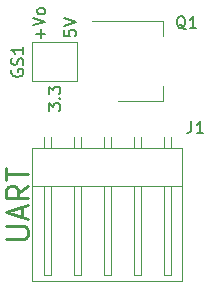
<source format=gbr>
G04 #@! TF.GenerationSoftware,KiCad,Pcbnew,(5.1.5)-3*
G04 #@! TF.CreationDate,2020-12-08T16:15:33+01:00*
G04 #@! TF.ProjectId,Microduino_UART,4d696372-6f64-4756-996e-6f5f55415254,0.0*
G04 #@! TF.SameCoordinates,Original*
G04 #@! TF.FileFunction,Legend,Top*
G04 #@! TF.FilePolarity,Positive*
%FSLAX46Y46*%
G04 Gerber Fmt 4.6, Leading zero omitted, Abs format (unit mm)*
G04 Created by KiCad (PCBNEW (5.1.5)-3) date 2020-12-08 16:15:33*
%MOMM*%
%LPD*%
G04 APERTURE LIST*
%ADD10C,0.150000*%
%ADD11C,0.250000*%
%ADD12C,0.120000*%
G04 APERTURE END LIST*
D10*
X145727728Y-69511704D02*
X145727728Y-68749800D01*
X146108680Y-69130752D02*
X145346776Y-69130752D01*
X145108680Y-68416466D02*
X146108680Y-68083133D01*
X145108680Y-67749800D01*
X146108680Y-67273609D02*
X146061061Y-67368847D01*
X146013442Y-67416466D01*
X145918204Y-67464085D01*
X145632490Y-67464085D01*
X145537252Y-67416466D01*
X145489633Y-67368847D01*
X145442014Y-67273609D01*
X145442014Y-67130752D01*
X145489633Y-67035514D01*
X145537252Y-66987895D01*
X145632490Y-66940276D01*
X145918204Y-66940276D01*
X146013442Y-66987895D01*
X146061061Y-67035514D01*
X146108680Y-67130752D01*
X146108680Y-67273609D01*
X147712180Y-68808576D02*
X147712180Y-69284766D01*
X148188371Y-69332385D01*
X148140752Y-69284766D01*
X148093133Y-69189528D01*
X148093133Y-68951433D01*
X148140752Y-68856195D01*
X148188371Y-68808576D01*
X148283609Y-68760957D01*
X148521704Y-68760957D01*
X148616942Y-68808576D01*
X148664561Y-68856195D01*
X148712180Y-68951433D01*
X148712180Y-69189528D01*
X148664561Y-69284766D01*
X148616942Y-69332385D01*
X147712180Y-68475242D02*
X148712180Y-68141909D01*
X147712180Y-67808576D01*
X146391380Y-75634719D02*
X146391380Y-75015671D01*
X146772333Y-75349004D01*
X146772333Y-75206147D01*
X146819952Y-75110909D01*
X146867571Y-75063290D01*
X146962809Y-75015671D01*
X147200904Y-75015671D01*
X147296142Y-75063290D01*
X147343761Y-75110909D01*
X147391380Y-75206147D01*
X147391380Y-75491861D01*
X147343761Y-75587100D01*
X147296142Y-75634719D01*
X147296142Y-74587100D02*
X147343761Y-74539480D01*
X147391380Y-74587100D01*
X147343761Y-74634719D01*
X147296142Y-74587100D01*
X147391380Y-74587100D01*
X146391380Y-74206147D02*
X146391380Y-73587100D01*
X146772333Y-73920433D01*
X146772333Y-73777576D01*
X146819952Y-73682338D01*
X146867571Y-73634719D01*
X146962809Y-73587100D01*
X147200904Y-73587100D01*
X147296142Y-73634719D01*
X147343761Y-73682338D01*
X147391380Y-73777576D01*
X147391380Y-74063290D01*
X147343761Y-74158528D01*
X147296142Y-74206147D01*
D11*
X142829085Y-86462828D02*
X144286228Y-86462828D01*
X144457657Y-86377114D01*
X144543371Y-86291400D01*
X144629085Y-86119971D01*
X144629085Y-85777114D01*
X144543371Y-85605685D01*
X144457657Y-85519971D01*
X144286228Y-85434257D01*
X142829085Y-85434257D01*
X144114800Y-84662828D02*
X144114800Y-83805685D01*
X144629085Y-84834257D02*
X142829085Y-84234257D01*
X144629085Y-83634257D01*
X144629085Y-82005685D02*
X143771942Y-82605685D01*
X144629085Y-83034257D02*
X142829085Y-83034257D01*
X142829085Y-82348542D01*
X142914800Y-82177114D01*
X143000514Y-82091400D01*
X143171942Y-82005685D01*
X143429085Y-82005685D01*
X143600514Y-82091400D01*
X143686228Y-82177114D01*
X143771942Y-82348542D01*
X143771942Y-83034257D01*
X142829085Y-81491400D02*
X142829085Y-80462828D01*
X144629085Y-80977114D02*
X142829085Y-80977114D01*
D12*
X145016300Y-71603600D02*
X145016300Y-73133600D01*
X148836300Y-71603600D02*
X148836300Y-73133600D01*
X145016300Y-73133600D02*
X148836300Y-73133600D01*
X148836300Y-71603600D02*
X148836300Y-69823600D01*
X148836300Y-69823600D02*
X145016300Y-69823600D01*
X145016300Y-71603600D02*
X145016300Y-69823600D01*
X151704000Y-89576300D02*
X151704000Y-81976300D01*
X151064000Y-89576300D02*
X151704000Y-89576300D01*
X151064000Y-81976300D02*
X151064000Y-89576300D01*
X151064000Y-78776300D02*
X151064000Y-77876300D01*
X151704000Y-77876300D02*
X151704000Y-78776300D01*
X151704000Y-77876300D02*
X151704000Y-78776300D01*
X151064000Y-78776300D02*
X151064000Y-77876300D01*
X151064000Y-81976300D02*
X151064000Y-89576300D01*
X151064000Y-89576300D02*
X151704000Y-89576300D01*
X151704000Y-89576300D02*
X151704000Y-81976300D01*
X151704000Y-89576300D02*
X151704000Y-81976300D01*
X151064000Y-89576300D02*
X151704000Y-89576300D01*
X151064000Y-81976300D02*
X151064000Y-89576300D01*
X151064000Y-78776300D02*
X151064000Y-77876300D01*
X151704000Y-77876300D02*
X151704000Y-78776300D01*
X151704000Y-77876300D02*
X151704000Y-78776300D01*
X151064000Y-78776300D02*
X151064000Y-77876300D01*
X151064000Y-81976300D02*
X151064000Y-89576300D01*
X151064000Y-89576300D02*
X151704000Y-89576300D01*
X151704000Y-89576300D02*
X151704000Y-81976300D01*
X156784000Y-89576300D02*
X156784000Y-81976300D01*
X156144000Y-89576300D02*
X156784000Y-89576300D01*
X156144000Y-81976300D02*
X156144000Y-89576300D01*
X156144000Y-78776300D02*
X156144000Y-77876300D01*
X156784000Y-77876300D02*
X156784000Y-78776300D01*
X156784000Y-77876300D02*
X156784000Y-78776300D01*
X156144000Y-78776300D02*
X156144000Y-77876300D01*
X156144000Y-81976300D02*
X156144000Y-89576300D01*
X156144000Y-89576300D02*
X156784000Y-89576300D01*
X156784000Y-89576300D02*
X156784000Y-81976300D01*
X156784000Y-89576300D02*
X156784000Y-81976300D01*
X156144000Y-89576300D02*
X156784000Y-89576300D01*
X156144000Y-81976300D02*
X156144000Y-89576300D01*
X156144000Y-78776300D02*
X156144000Y-77876300D01*
X156784000Y-77876300D02*
X156784000Y-78776300D01*
X156784000Y-77876300D02*
X156784000Y-78776300D01*
X156144000Y-78776300D02*
X156144000Y-77876300D01*
X156144000Y-81976300D02*
X156144000Y-89576300D01*
X156144000Y-89576300D02*
X156784000Y-89576300D01*
X156784000Y-89576300D02*
X156784000Y-81976300D01*
X149164000Y-89576300D02*
X149164000Y-81976300D01*
X148524000Y-89576300D02*
X149164000Y-89576300D01*
X148524000Y-81976300D02*
X148524000Y-89576300D01*
X148524000Y-78776300D02*
X148524000Y-77876300D01*
X149164000Y-77876300D02*
X149164000Y-78776300D01*
X149164000Y-77876300D02*
X149164000Y-78776300D01*
X148524000Y-78776300D02*
X148524000Y-77876300D01*
X148524000Y-81976300D02*
X148524000Y-89576300D01*
X148524000Y-89576300D02*
X149164000Y-89576300D01*
X149164000Y-89576300D02*
X149164000Y-81976300D01*
X149164000Y-89576300D02*
X149164000Y-81976300D01*
X148524000Y-89576300D02*
X149164000Y-89576300D01*
X148524000Y-81976300D02*
X148524000Y-89576300D01*
X148524000Y-78776300D02*
X148524000Y-77876300D01*
X149164000Y-77876300D02*
X149164000Y-78776300D01*
X149164000Y-77876300D02*
X149164000Y-78776300D01*
X148524000Y-78776300D02*
X148524000Y-77876300D01*
X148524000Y-81976300D02*
X148524000Y-89576300D01*
X148524000Y-89576300D02*
X149164000Y-89576300D01*
X149164000Y-89576300D02*
X149164000Y-81976300D01*
X146624000Y-89576300D02*
X146624000Y-81976300D01*
X145984000Y-89576300D02*
X146624000Y-89576300D01*
X145984000Y-81976300D02*
X145984000Y-89576300D01*
X145984000Y-78776300D02*
X145984000Y-77876300D01*
X146624000Y-77876300D02*
X146624000Y-78776300D01*
X146624000Y-77876300D02*
X146624000Y-78776300D01*
X145984000Y-78776300D02*
X145984000Y-77876300D01*
X145984000Y-81976300D02*
X145984000Y-89576300D01*
X145984000Y-89576300D02*
X146624000Y-89576300D01*
X146624000Y-89576300D02*
X146624000Y-81976300D01*
X146624000Y-89576300D02*
X146624000Y-81976300D01*
X145984000Y-89576300D02*
X146624000Y-89576300D01*
X145984000Y-81976300D02*
X145984000Y-89576300D01*
X145984000Y-78776300D02*
X145984000Y-77876300D01*
X146624000Y-77876300D02*
X146624000Y-78776300D01*
X146624000Y-77876300D02*
X146624000Y-78776300D01*
X145984000Y-78776300D02*
X145984000Y-77876300D01*
X145984000Y-81976300D02*
X145984000Y-89576300D01*
X145984000Y-89576300D02*
X146624000Y-89576300D01*
X146624000Y-89576300D02*
X146624000Y-81976300D01*
X157607000Y-81976300D02*
X145014000Y-81976300D01*
X145014000Y-78776300D02*
X145014000Y-90086300D01*
X145014000Y-90086300D02*
X157654000Y-90086300D01*
X157654000Y-90086300D02*
X157654000Y-78776300D01*
X157654000Y-78776300D02*
X145014000Y-78776300D01*
X153604000Y-81976300D02*
X153604000Y-89576300D01*
X154244000Y-77876300D02*
X154244000Y-78776300D01*
X154244000Y-77876300D02*
X154244000Y-78776300D01*
X153604000Y-81976300D02*
X153604000Y-89576300D01*
X154244000Y-89576300D02*
X154244000Y-81976300D01*
X154244000Y-77876300D02*
X154244000Y-78776300D01*
X153604000Y-81976300D02*
X153604000Y-89576300D01*
X153604000Y-89576300D02*
X154244000Y-89576300D01*
X154244000Y-89576300D02*
X154244000Y-81976300D01*
X153604000Y-78776300D02*
X153604000Y-77876300D01*
X153604000Y-78776300D02*
X153604000Y-77876300D01*
X154244000Y-89576300D02*
X154244000Y-81976300D01*
X153604000Y-78776300D02*
X153604000Y-77876300D01*
X153604000Y-89576300D02*
X154244000Y-89576300D01*
X153604000Y-89576300D02*
X154244000Y-89576300D01*
X153604000Y-78776300D02*
X153604000Y-77876300D01*
X153604000Y-81976300D02*
X153604000Y-89576300D01*
X154244000Y-89576300D02*
X154244000Y-81976300D01*
X154244000Y-77876300D02*
X154244000Y-78776300D01*
X153604000Y-89576300D02*
X154244000Y-89576300D01*
X156062600Y-74834800D02*
X156062600Y-73574800D01*
X156062600Y-68014800D02*
X156062600Y-69274800D01*
X152302600Y-74834800D02*
X156062600Y-74834800D01*
X150052600Y-68014800D02*
X156062600Y-68014800D01*
D10*
X143302100Y-72178776D02*
X143254480Y-72274014D01*
X143254480Y-72416871D01*
X143302100Y-72559728D01*
X143397338Y-72654966D01*
X143492576Y-72702585D01*
X143683052Y-72750204D01*
X143825909Y-72750204D01*
X144016385Y-72702585D01*
X144111623Y-72654966D01*
X144206861Y-72559728D01*
X144254480Y-72416871D01*
X144254480Y-72321633D01*
X144206861Y-72178776D01*
X144159242Y-72131157D01*
X143825909Y-72131157D01*
X143825909Y-72321633D01*
X144206861Y-71750204D02*
X144254480Y-71607347D01*
X144254480Y-71369252D01*
X144206861Y-71274014D01*
X144159242Y-71226395D01*
X144064004Y-71178776D01*
X143968766Y-71178776D01*
X143873528Y-71226395D01*
X143825909Y-71274014D01*
X143778290Y-71369252D01*
X143730671Y-71559728D01*
X143683052Y-71654966D01*
X143635433Y-71702585D01*
X143540195Y-71750204D01*
X143444957Y-71750204D01*
X143349719Y-71702585D01*
X143302100Y-71654966D01*
X143254480Y-71559728D01*
X143254480Y-71321633D01*
X143302100Y-71178776D01*
X144254480Y-70226395D02*
X144254480Y-70797823D01*
X144254480Y-70512109D02*
X143254480Y-70512109D01*
X143397338Y-70607347D01*
X143492576Y-70702585D01*
X143540195Y-70797823D01*
X158492866Y-76515980D02*
X158492866Y-77230266D01*
X158445247Y-77373123D01*
X158350009Y-77468361D01*
X158207152Y-77515980D01*
X158111914Y-77515980D01*
X159492866Y-77515980D02*
X158921438Y-77515980D01*
X159207152Y-77515980D02*
X159207152Y-76515980D01*
X159111914Y-76658838D01*
X159016676Y-76754076D01*
X158921438Y-76801695D01*
X157994361Y-68733919D02*
X157899123Y-68686300D01*
X157803885Y-68591061D01*
X157661028Y-68448204D01*
X157565790Y-68400585D01*
X157470552Y-68400585D01*
X157518171Y-68638680D02*
X157422933Y-68591061D01*
X157327695Y-68495823D01*
X157280076Y-68305347D01*
X157280076Y-67972014D01*
X157327695Y-67781538D01*
X157422933Y-67686300D01*
X157518171Y-67638680D01*
X157708647Y-67638680D01*
X157803885Y-67686300D01*
X157899123Y-67781538D01*
X157946742Y-67972014D01*
X157946742Y-68305347D01*
X157899123Y-68495823D01*
X157803885Y-68591061D01*
X157708647Y-68638680D01*
X157518171Y-68638680D01*
X158899123Y-68638680D02*
X158327695Y-68638680D01*
X158613409Y-68638680D02*
X158613409Y-67638680D01*
X158518171Y-67781538D01*
X158422933Y-67876776D01*
X158327695Y-67924395D01*
M02*

</source>
